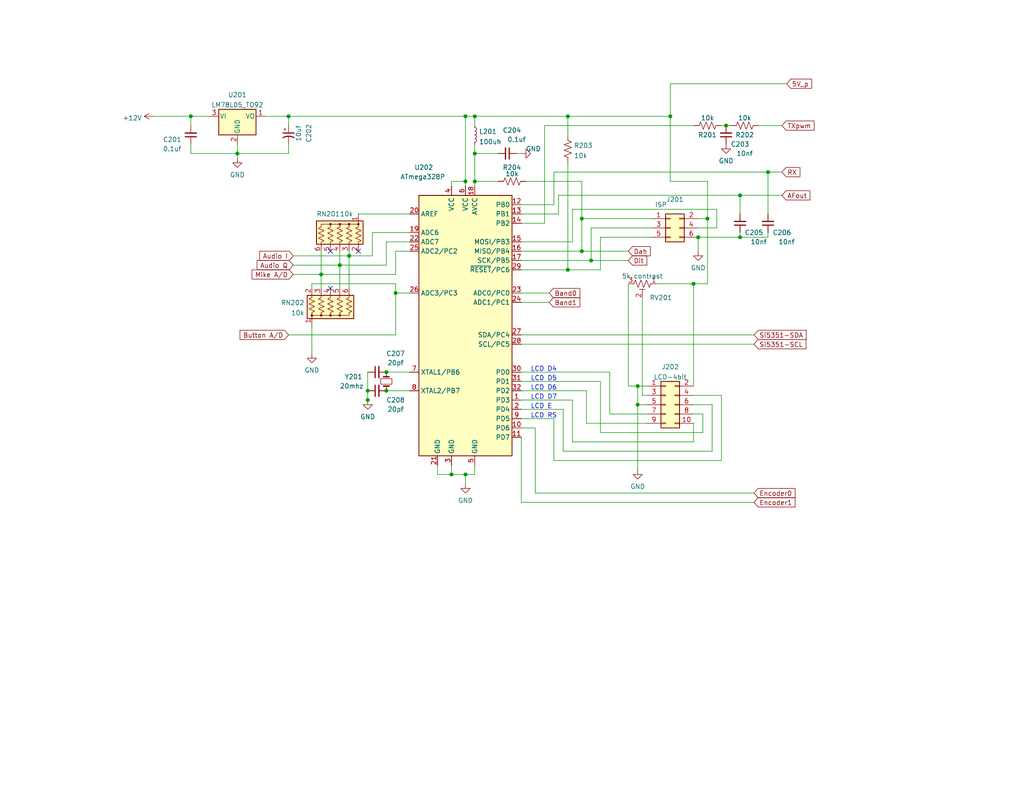
<source format=kicad_sch>
(kicad_sch (version 20211123) (generator eeschema)
  (paper "USLetter")
  (title_block (title "uSDX Processor") (date "2022-01-18") (rev "0.1") (company "WA2MZE") (comment 1 "Some signals reassigned, now using tqftp package processor") (comment 2 "Modified uSDX circuit.") (comment 4 "uSDX Microcontroller circuits"))
  (lib_symbols
    (symbol "Connector_Generic:Conn_02x03_Odd_Even" (pin_names (offset 1.016) hide)
      (property "Reference" "J" (at 1.27 5.08 0))
      (property "Value" "Conn_02x03_Odd_Even" (at 1.27 -5.08 0))
      (symbol "Conn_02x03_Odd_Even_1_1"
        (rectangle (start -1.27 -2.413) (end 0 -2.667) (stroke (width 0.1524)))
        (rectangle (start -1.27 0.127) (end 0 -0.127) (stroke (width 0.1524)))
        (rectangle (start -1.27 2.667) (end 0 2.413) (stroke (width 0.1524)))
        (rectangle (start -1.27 3.81) (end 3.81 -3.81) (stroke (width 0.254)) (fill (type background)))
        (rectangle (start 3.81 -2.413) (end 2.54 -2.667) (stroke (width 0.1524)))
        (rectangle (start 3.81 0.127) (end 2.54 -0.127) (stroke (width 0.1524)))
        (rectangle (start 3.81 2.667) (end 2.54 2.413) (stroke (width 0.1524)))
        (pin passive line (at -5.08 2.54 0) (length 3.81) (name "Pin_1") (number "1"))
        (pin passive line (at 7.62 2.54 180) (length 3.81) (name "Pin_2") (number "2"))
        (pin passive line (at -5.08 0 0) (length 3.81) (name "Pin_3") (number "3"))
        (pin passive line (at 7.62 0 180) (length 3.81) (name "Pin_4") (number "4"))
        (pin passive line (at -5.08 -2.54 0) (length 3.81) (name "Pin_5") (number "5"))
        (pin passive line (at 7.62 -2.54 180) (length 3.81) (name "Pin_6") (number "6"))
      )
    )
    (symbol "Connector_Generic:Conn_02x05_Odd_Even" (pin_names (offset 1.016) hide)
      (property "Reference" "J" (at 1.27 7.62 0))
      (property "Value" "Conn_02x05_Odd_Even" (at 1.27 -7.62 0))
      (symbol "Conn_02x05_Odd_Even_1_1"
        (rectangle (start -1.27 -4.953) (end 0 -5.207) (stroke (width 0.1524)))
        (rectangle (start -1.27 -2.413) (end 0 -2.667) (stroke (width 0.1524)))
        (rectangle (start -1.27 0.127) (end 0 -0.127) (stroke (width 0.1524)))
        (rectangle (start -1.27 2.667) (end 0 2.413) (stroke (width 0.1524)))
        (rectangle (start -1.27 5.207) (end 0 4.953) (stroke (width 0.1524)))
        (rectangle (start -1.27 6.35) (end 3.81 -6.35) (stroke (width 0.254)) (fill (type background)))
        (rectangle (start 3.81 -4.953) (end 2.54 -5.207) (stroke (width 0.1524)))
        (rectangle (start 3.81 -2.413) (end 2.54 -2.667) (stroke (width 0.1524)))
        (rectangle (start 3.81 0.127) (end 2.54 -0.127) (stroke (width 0.1524)))
        (rectangle (start 3.81 2.667) (end 2.54 2.413) (stroke (width 0.1524)))
        (rectangle (start 3.81 5.207) (end 2.54 4.953) (stroke (width 0.1524)))
        (pin passive line (at -5.08 5.08 0) (length 3.81) (name "Pin_1") (number "1"))
        (pin passive line (at 7.62 -5.08 180) (length 3.81) (name "Pin_10") (number "10"))
        (pin passive line (at 7.62 5.08 180) (length 3.81) (name "Pin_2") (number "2"))
        (pin passive line (at -5.08 2.54 0) (length 3.81) (name "Pin_3") (number "3"))
        (pin passive line (at 7.62 2.54 180) (length 3.81) (name "Pin_4") (number "4"))
        (pin passive line (at -5.08 0 0) (length 3.81) (name "Pin_5") (number "5"))
        (pin passive line (at 7.62 0 180) (length 3.81) (name "Pin_6") (number "6"))
        (pin passive line (at -5.08 -2.54 0) (length 3.81) (name "Pin_7") (number "7"))
        (pin passive line (at 7.62 -2.54 180) (length 3.81) (name "Pin_8") (number "8"))
        (pin passive line (at -5.08 -5.08 0) (length 3.81) (name "Pin_9") (number "9"))
      )
    )
    (symbol "Device:C_Polarized_Small_US" (pin_numbers hide) (pin_names (offset 0.254) hide)
      (property "Reference" "C" (at 0.254 1.778 0))
      (property "Value" "C_Polarized_Small_US" (at 0.254 -2.032 0))
      (symbol "C_Polarized_Small_US_0_1"
        (polyline (pts (xy -1.524 0.508) (xy 1.524 0.508)) (stroke (width 0.3048)))
        (polyline (pts (xy -1.27 1.524) (xy -0.762 1.524)))
        (polyline (pts (xy -1.016 1.27) (xy -1.016 1.778)))
        (arc (start 1.524 -0.762) (mid 0 -0.3734) (end -1.524 -0.762) (stroke (width 0.3048)))
      )
      (symbol "C_Polarized_Small_US_1_1"
        (pin passive line (at 0 2.54 270) (length 2.032) (name "~") (number "1"))
        (pin passive line (at 0 -2.54 90) (length 2.032) (name "~") (number "2"))
      )
    )
    (symbol "Device:C_Small" (pin_numbers hide) (pin_names (offset 0.254) hide)
      (property "Reference" "C" (at 0.254 1.778 0))
      (property "Value" "C_Small" (at 0.254 -2.032 0))
      (symbol "C_Small_0_1"
        (polyline (pts (xy -1.524 -0.508) (xy 1.524 -0.508)) (stroke (width 0.3302)))
        (polyline (pts (xy -1.524 0.508) (xy 1.524 0.508)) (stroke (width 0.3048)))
      )
      (symbol "C_Small_1_1"
        (pin passive line (at 0 2.54 270) (length 2.032) (name "~") (number "1"))
        (pin passive line (at 0 -2.54 90) (length 2.032) (name "~") (number "2"))
      )
    )
    (symbol "Device:Crystal_Small" (pin_numbers hide) (pin_names (offset 1.016) hide)
      (property "Reference" "Y" (at 0 2.54 0))
      (property "Value" "Crystal_Small" (at 0 -2.54 0))
      (symbol "Crystal_Small_0_1"
        (rectangle (start -0.762 -1.524) (end 0.762 1.524))
        (polyline (pts (xy -1.27 -0.762) (xy -1.27 0.762)) (stroke (width 0.381)))
        (polyline (pts (xy 1.27 -0.762) (xy 1.27 0.762)) (stroke (width 0.381)))
      )
      (symbol "Crystal_Small_1_1"
        (pin passive line (at -2.54 0 0) (length 1.27) (name "1") (number "1"))
        (pin passive line (at 2.54 0 180) (length 1.27) (name "2") (number "2"))
      )
    )
    (symbol "Device:L_Small" (pin_numbers hide) (pin_names (offset 0.254) hide)
      (property "Reference" "L" (at 0.762 1.016 0))
      (property "Value" "L_Small" (at 0.762 -1.016 0))
      (symbol "L_Small_0_1"
        (arc (start 0 -2.032) (mid 0.508 -1.524) (end 0 -1.016))
        (arc (start 0 -1.016) (mid 0.508 -0.508) (end 0 0))
        (arc (start 0 0) (mid 0.508 0.508) (end 0 1.016))
        (arc (start 0 1.016) (mid 0.508 1.524) (end 0 2.032))
      )
      (symbol "L_Small_1_1"
        (pin passive line (at 0 2.54 270) (length 0.508) (name "~") (number "1"))
        (pin passive line (at 0 -2.54 90) (length 0.508) (name "~") (number "2"))
      )
    )
    (symbol "Device:R_Network05_US" (pin_names (offset 0) hide)
      (property "Reference" "RN" (at -7.62 0 90))
      (property "Value" "R_Network05_US" (at 7.62 0 90))
      (symbol "R_Network05_US_0_1"
        (rectangle (start -6.35 -3.175) (end 6.35 3.175) (stroke (width 0.254)) (fill (type background)))
        (circle (center -5.08 2.286) (radius 0.254) (fill (type outline)))
        (circle (center -2.54 2.286) (radius 0.254) (fill (type outline)))
        (polyline (pts (xy -5.08 2.286) (xy 5.08 2.286)))
        (polyline (pts (xy -5.08 2.286) (xy -5.08 1.524) (xy -4.318 1.1684) (xy -5.842 0.508) (xy -4.318 -0.1524) (xy -5.842 -0.8382) (xy -4.318 -1.524) (xy -5.842 -2.1844) (xy -5.08 -2.54) (xy -5.08 -3.81)))
        (polyline (pts (xy -2.54 2.286) (xy -2.54 1.524) (xy -1.778 1.1684) (xy -3.302 0.508) (xy -1.778 -0.1524) (xy -3.302 -0.8382) (xy -1.778 -1.524) (xy -3.302 -2.1844) (xy -2.54 -2.54) (xy -2.54 -3.81)))
        (polyline (pts (xy 0 2.286) (xy 0 1.524) (xy 0.762 1.1684) (xy -0.762 0.508) (xy 0.762 -0.1524) (xy -0.762 -0.8382) (xy 0.762 -1.524) (xy -0.762 -2.1844) (xy 0 -2.54) (xy 0 -3.81)))
        (polyline (pts (xy 2.54 2.286) (xy 2.54 1.524) (xy 3.302 1.1684) (xy 1.778 0.508) (xy 3.302 -0.1524) (xy 1.778 -0.8382) (xy 3.302 -1.524) (xy 1.778 -2.1844) (xy 2.54 -2.54) (xy 2.54 -3.81)))
        (polyline (pts (xy 5.08 2.286) (xy 5.08 1.524) (xy 5.842 1.1684) (xy 4.318 0.508) (xy 5.842 -0.1524) (xy 4.318 -0.8382) (xy 5.842 -1.524) (xy 4.318 -2.1844) (xy 5.08 -2.54) (xy 5.08 -3.81)))
        (circle (center 0 2.286) (radius 0.254) (fill (type outline)))
        (circle (center 2.54 2.286) (radius 0.254) (fill (type outline)))
      )
      (symbol "R_Network05_US_1_1"
        (pin passive line (at -5.08 5.08 270) (length 2.54) (name "common") (number "1"))
        (pin passive line (at -5.08 -5.08 90) (length 1.27) (name "R1") (number "2"))
        (pin passive line (at -2.54 -5.08 90) (length 1.27) (name "R2") (number "3"))
        (pin passive line (at 0 -5.08 90) (length 1.27) (name "R3") (number "4"))
        (pin passive line (at 2.54 -5.08 90) (length 1.27) (name "R4") (number "5"))
        (pin passive line (at 5.08 -5.08 90) (length 1.27) (name "R5") (number "6"))
      )
    )
    (symbol "Device:R_Potentiometer_Trim_US" (pin_names (offset 1.016) hide)
      (property "Reference" "RV" (at -4.445 0 90))
      (property "Value" "R_Potentiometer_Trim_US" (at -2.54 0 90))
      (symbol "R_Potentiometer_Trim_US_0_1"
        (polyline (pts (xy 0 -2.286) (xy 0 -2.54)))
        (polyline (pts (xy 0 2.286) (xy 0 2.54)))
        (polyline (pts (xy 1.524 0.762) (xy 1.524 -0.762)))
        (polyline (pts (xy 2.54 0) (xy 1.524 0)))
        (polyline (pts (xy 0 -0.762) (xy 1.016 -1.143) (xy 0 -1.524) (xy -1.016 -1.905) (xy 0 -2.286)))
        (polyline (pts (xy 0 0.762) (xy 1.016 0.381) (xy 0 0) (xy -1.016 -0.381) (xy 0 -0.762)))
        (polyline (pts (xy 0 2.286) (xy 1.016 1.905) (xy 0 1.524) (xy -1.016 1.143) (xy 0 0.762)))
      )
      (symbol "R_Potentiometer_Trim_US_1_1"
        (pin passive line (at 0 3.81 270) (length 1.27) (name "1") (number "1"))
        (pin passive line (at 3.81 0 180) (length 1.27) (name "2") (number "2"))
        (pin passive line (at 0 -3.81 90) (length 1.27) (name "3") (number "3"))
      )
    )
    (symbol "Device:R_US" (pin_numbers hide) (pin_names (offset 0))
      (property "Reference" "R" (at 2.54 0 90))
      (property "Value" "R_US" (at -2.54 0 90))
      (symbol "R_US_0_1"
        (polyline (pts (xy 0 -2.286) (xy 0 -2.54)))
        (polyline (pts (xy 0 2.286) (xy 0 2.54)))
        (polyline (pts (xy 0 -0.762) (xy 1.016 -1.143) (xy 0 -1.524) (xy -1.016 -1.905) (xy 0 -2.286)))
        (polyline (pts (xy 0 0.762) (xy 1.016 0.381) (xy 0 0) (xy -1.016 -0.381) (xy 0 -0.762)))
        (polyline (pts (xy 0 2.286) (xy 1.016 1.905) (xy 0 1.524) (xy -1.016 1.143) (xy 0 0.762)))
      )
      (symbol "R_US_1_1"
        (pin passive line (at 0 3.81 270) (length 1.27) (name "~") (number "1"))
        (pin passive line (at 0 -3.81 90) (length 1.27) (name "~") (number "2"))
      )
    )
    (symbol "MCU_Microchip_ATmega:ATmega328P-A"
      (property "Reference" "U202" (at -12.7 49.53 0))
      (property "Value" "ATmega328P-A" (at -17.78 44.45 0))
      (symbol "ATmega328P-A_0_1"
        (rectangle (start -12.7 -35.56) (end 12.7 35.56) (stroke (width 0.254)) (fill (type background)))
      )
      (symbol "ATmega328P-A_1_1"
        (pin bidirectional line (at 15.24 -20.32 180) (length 2.54) (name "PD3") (number "1"))
        (pin bidirectional line (at 15.24 -27.94 180) (length 2.54) (name "PD6") (number "10"))
        (pin bidirectional line (at 15.24 -30.48 180) (length 2.54) (name "PD7") (number "11"))
        (pin bidirectional line (at 15.24 33.02 180) (length 2.54) (name "PB0") (number "12"))
        (pin bidirectional line (at 15.24 30.48 180) (length 2.54) (name "PB1") (number "13"))
        (pin bidirectional line (at 15.24 27.94 180) (length 2.54) (name "PB2") (number "14"))
        (pin bidirectional line (at 15.24 22.86 180) (length 2.54) (name "MOSI/PB3") (number "15"))
        (pin bidirectional line (at 15.24 20.32 180) (length 2.54) (name "MISO/PB4") (number "16"))
        (pin bidirectional line (at 15.24 17.78 180) (length 2.54) (name "SCK/PB5") (number "17"))
        (pin power_in line (at 2.54 38.1 270) (length 2.54) (name "AVCC") (number "18"))
        (pin input line (at -15.24 25.4 0) (length 2.54) (name "ADC6") (number "19"))
        (pin bidirectional line (at 15.24 -22.86 180) (length 2.54) (name "PD4") (number "2"))
        (pin passive line (at -15.24 30.48 0) (length 2.54) (name "AREF") (number "20"))
        (pin power_in line (at -7.62 -38.1 90) (length 2.54) (name "GND") (number "21"))
        (pin passive line (at 0 -38.1 90) (length 2.54) hide (name "GND") (number "21"))
        (pin input line (at -15.24 22.86 0) (length 2.54) (name "ADC7") (number "22"))
        (pin bidirectional line (at 15.24 8.89 180) (length 2.54) (name "ADC0/PC0") (number "23"))
        (pin bidirectional line (at 15.24 6.35 180) (length 2.54) (name "ADC1/PC1") (number "24"))
        (pin bidirectional line (at -15.24 20.32 0) (length 2.54) (name "ADC2/PC2") (number "25"))
        (pin bidirectional line (at -15.24 8.89 0) (length 2.54) (name "ADC3/PC3") (number "26"))
        (pin bidirectional line (at 15.24 -2.54 180) (length 2.54) (name "SDA/PC4") (number "27"))
        (pin bidirectional line (at 15.24 -5.08 180) (length 2.54) (name "SCL/PC5") (number "28"))
        (pin bidirectional line (at 15.24 15.24 180) (length 2.54) (name "~{RESET}/PC6") (number "29"))
        (pin power_in line (at -3.81 -38.1 90) (length 2.54) (name "GND") (number "3"))
        (pin bidirectional line (at 15.24 -12.7 180) (length 2.54) (name "PD0") (number "30"))
        (pin bidirectional line (at 15.24 -15.24 180) (length 2.54) (name "PD1") (number "31"))
        (pin bidirectional line (at 15.24 -17.78 180) (length 2.54) (name "PD2") (number "32"))
        (pin power_in line (at -3.81 38.1 270) (length 2.54) (name "VCC") (number "4"))
        (pin passive line (at 0 -38.1 90) (length 2.54) hide (name "GND") (number "5"))
        (pin power_in line (at 2.54 -38.1 90) (length 2.54) (name "GND") (number "5"))
        (pin passive line (at 0 38.1 270) (length 2.54) hide (name "VCC") (number "6"))
        (pin power_in line (at 0 38.1 270) (length 2.54) (name "VCC") (number "6"))
        (pin bidirectional line (at -15.24 -12.7 0) (length 2.54) (name "XTAL1/PB6") (number "7"))
        (pin bidirectional line (at -15.24 -17.78 0) (length 2.54) (name "XTAL2/PB7") (number "8"))
        (pin bidirectional line (at 15.24 -25.4 180) (length 2.54) (name "PD5") (number "9"))
      )
    )
    (symbol "Regulator_Linear:LM78L05_TO92" (pin_names (offset 0.254))
      (property "Reference" "U" (at -3.81 3.175 0))
      (property "Value" "LM78L05_TO92" (at 0 3.175 0))
      (symbol "LM78L05_TO92_0_1"
        (rectangle (start -5.08 -5.08) (end 5.08 1.905) (stroke (width 0.254)) (fill (type background)))
      )
      (symbol "LM78L05_TO92_1_1"
        (pin power_out line (at 7.62 0 180) (length 2.54) (name "VO") (number "1"))
        (pin power_in line (at 0 -7.62 90) (length 2.54) (name "GND") (number "2"))
        (pin power_in line (at -7.62 0 0) (length 2.54) (name "VI") (number "3"))
      )
    )
    (symbol "power:+12V" (power) (pin_names (offset 0))
      (property "Value" "+12V" (at 0 3.556 0))
      (symbol "+12V_0_1"
        (polyline (pts (xy -0.762 1.27) (xy 0 2.54)))
        (polyline (pts (xy 0 0) (xy 0 2.54)))
        (polyline (pts (xy 0 2.54) (xy 0.762 1.27)))
      )
      (symbol "+12V_1_1"
        (pin power_in line (at 0 0 90) (length 0) hide (name "+12V") (number "1"))
      )
    )
    (symbol "power:GND" (power) (pin_names (offset 0))
      (property "Value" "GND" (at 0 -3.81 0))
      (symbol "GND_0_1"
        (polyline (pts (xy 0 0) (xy 0 -1.27) (xy 1.27 -1.27) (xy 0 -2.54) (xy -1.27 -1.27) (xy 0 -1.27)))
      )
      (symbol "GND_1_1"
        (pin power_in line (at 0 0 270) (length 0) hide (name "GND") (number "1"))
      )
    )
  )
  (junction (at 154.94 73.66))
  (junction (at 64.77 41.91))
  (junction (at 193.04 59.69))
  (junction (at 189.23 77.47))
  (junction (at 127 129.54))
  (junction (at 107.95 80.01))
  (junction (at 129.54 31.75))
  (junction (at 52.07 31.75))
  (junction (at 95.25 69.85))
  (junction (at 78.74 31.75))
  (junction (at 190.5 64.77))
  (junction (at 129.54 41.91))
  (junction (at 158.75 59.69))
  (junction (at 127 49.53))
  (junction (at 127 31.75))
  (junction (at 201.93 53.34))
  (junction (at 173.99 110.49))
  (junction (at 105.41 106.68))
  (junction (at 198.12 34.29))
  (junction (at 92.71 72.39))
  (junction (at 209.55 46.99))
  (junction (at 173.99 105.41))
  (junction (at 182.88 31.75))
  (junction (at 161.29 71.12))
  (junction (at 158.75 68.58))
  (junction (at 105.41 101.6))
  (junction (at 123.19 129.54))
  (junction (at 100.33 109.22))
  (junction (at 201.93 64.77))
  (junction (at 154.94 31.75))
  (junction (at 129.54 49.53))
  (junction (at 100.33 106.68))
  (junction (at 87.63 74.93))
  (no_connect (at 90.17 68.58))
  (no_connect (at 90.17 78.74))
  (no_connect (at 97.79 68.58))
  (wire (pts (xy 154.94 31.75) (xy 182.88 31.75)))
  (wire (pts (xy 129.54 41.91) (xy 135.89 41.91)))
  (wire (pts (xy 176.53 105.41) (xy 173.99 105.41)))
  (wire (pts (xy 158.75 59.69) (xy 177.8 59.69)))
  (wire (pts (xy 182.88 22.86) (xy 182.88 31.75)))
  (wire (pts (xy 127 129.54) (xy 127 132.08)))
  (wire (pts (xy 101.6 63.5) (xy 101.6 69.85)))
  (wire (pts (xy 161.29 71.12) (xy 161.29 62.23)))
  (wire (pts (xy 153.67 123.19) (xy 153.67 111.76)))
  (wire (pts (xy 78.74 91.44) (xy 107.95 91.44)))
  (wire (pts (xy 78.74 31.75) (xy 78.74 34.29)))
  (wire (pts (xy 198.12 34.29) (xy 199.39 34.29)))
  (wire (pts (xy 191.77 113.03) (xy 191.77 118.11)))
  (wire (pts (xy 142.24 137.16) (xy 205.74 137.16)))
  (wire (pts (xy 92.71 68.58) (xy 92.71 72.39)))
  (wire (pts (xy 87.63 74.93) (xy 87.63 78.74)))
  (wire (pts (xy 123.19 50.8) (xy 123.19 49.53)))
  (wire (pts (xy 127 31.75) (xy 129.54 31.75)))
  (wire (pts (xy 176.53 115.57) (xy 160.02 115.57)))
  (wire (pts (xy 209.55 46.99) (xy 213.36 46.99)))
  (wire (pts (xy 85.09 88.9) (xy 85.09 96.52)))
  (wire (pts (xy 201.93 63.5) (xy 201.93 64.77)))
  (wire (pts (xy 194.31 110.49) (xy 194.31 123.19)))
  (wire (pts (xy 156.21 66.04) (xy 156.21 57.15)))
  (wire (pts (xy 142.24 82.55) (xy 149.86 82.55)))
  (wire (pts (xy 129.54 39.37) (xy 129.54 41.91)))
  (wire (pts (xy 85.09 77.47) (xy 107.95 77.47)))
  (wire (pts (xy 193.04 49.53) (xy 193.04 59.69)))
  (wire (pts (xy 191.77 118.11) (xy 163.83 118.11)))
  (wire (pts (xy 201.93 53.34) (xy 201.93 58.42)))
  (wire (pts (xy 158.75 49.53) (xy 158.75 59.69)))
  (wire (pts (xy 201.93 53.34) (xy 213.36 53.34)))
  (wire (pts (xy 52.07 31.75) (xy 52.07 34.29)))
  (wire (pts (xy 111.76 63.5) (xy 101.6 63.5)))
  (wire (pts (xy 161.29 62.23) (xy 177.8 62.23)))
  (wire (pts (xy 190.5 64.77) (xy 190.5 68.58)))
  (wire (pts (xy 201.93 64.77) (xy 209.55 64.77)))
  (wire (pts (xy 78.74 31.75) (xy 127 31.75)))
  (wire (pts (xy 189.23 110.49) (xy 194.31 110.49)))
  (wire (pts (xy 154.94 73.66) (xy 154.94 44.45)))
  (wire (pts (xy 196.85 107.95) (xy 189.23 107.95)))
  (wire (pts (xy 142.24 80.01) (xy 149.86 80.01)))
  (wire (pts (xy 95.25 69.85) (xy 95.25 78.74)))
  (wire (pts (xy 194.31 123.19) (xy 153.67 123.19)))
  (wire (pts (xy 173.99 105.41) (xy 173.99 110.49)))
  (wire (pts (xy 123.19 127) (xy 123.19 129.54)))
  (wire (pts (xy 129.54 31.75) (xy 154.94 31.75)))
  (wire (pts (xy 107.95 68.58) (xy 111.76 68.58)))
  (wire (pts (xy 123.19 129.54) (xy 127 129.54)))
  (wire (pts (xy 158.75 68.58) (xy 171.45 68.58)))
  (wire (pts (xy 173.99 110.49) (xy 173.99 128.27)))
  (wire (pts (xy 95.25 69.85) (xy 101.6 69.85)))
  (wire (pts (xy 92.71 72.39) (xy 105.41 72.39)))
  (wire (pts (xy 129.54 49.53) (xy 129.54 50.8)))
  (wire (pts (xy 163.83 118.11) (xy 163.83 104.14)))
  (wire (pts (xy 171.45 105.41) (xy 173.99 105.41)))
  (wire (pts (xy 140.97 41.91) (xy 142.24 41.91)))
  (wire (pts (xy 163.83 104.14) (xy 142.24 104.14)))
  (wire (pts (xy 160.02 106.68) (xy 142.24 106.68)))
  (wire (pts (xy 107.95 74.93) (xy 107.95 68.58)))
  (wire (pts (xy 182.88 31.75) (xy 182.88 49.53)))
  (wire (pts (xy 154.94 31.75) (xy 154.94 36.83)))
  (wire (pts (xy 80.01 72.39) (xy 92.71 72.39)))
  (wire (pts (xy 190.5 64.77) (xy 201.93 64.77)))
  (wire (pts (xy 100.33 106.68) (xy 100.33 109.22)))
  (wire (pts (xy 111.76 66.04) (xy 105.41 66.04)))
  (wire (pts (xy 64.77 39.37) (xy 64.77 41.91)))
  (wire (pts (xy 209.55 63.5) (xy 209.55 64.77)))
  (wire (pts (xy 146.05 116.84) (xy 146.05 134.62)))
  (wire (pts (xy 143.51 49.53) (xy 158.75 49.53)))
  (wire (pts (xy 175.26 81.28) (xy 175.26 107.95)))
  (wire (pts (xy 148.59 60.96) (xy 148.59 34.29)))
  (wire (pts (xy 41.91 31.75) (xy 52.07 31.75)))
  (wire (pts (xy 52.07 31.75) (xy 57.15 31.75)))
  (wire (pts (xy 152.4 58.42) (xy 152.4 53.34)))
  (wire (pts (xy 161.29 71.12) (xy 171.45 71.12)))
  (wire (pts (xy 80.01 69.85) (xy 95.25 69.85)))
  (wire (pts (xy 119.38 127) (xy 119.38 129.54)))
  (wire (pts (xy 105.41 101.6) (xy 111.76 101.6)))
  (wire (pts (xy 163.83 64.77) (xy 177.8 64.77)))
  (wire (pts (xy 123.19 49.53) (xy 127 49.53)))
  (wire (pts (xy 142.24 66.04) (xy 156.21 66.04)))
  (wire (pts (xy 142.24 93.98) (xy 205.74 93.98)))
  (wire (pts (xy 151.13 55.88) (xy 151.13 46.99)))
  (wire (pts (xy 107.95 91.44) (xy 107.95 80.01)))
  (wire (pts (xy 142.24 60.96) (xy 148.59 60.96)))
  (wire (pts (xy 160.02 115.57) (xy 160.02 106.68)))
  (wire (pts (xy 193.04 59.69) (xy 193.04 77.47)))
  (wire (pts (xy 105.41 106.68) (xy 111.76 106.68)))
  (wire (pts (xy 166.37 101.6) (xy 142.24 101.6)))
  (wire (pts (xy 119.38 129.54) (xy 123.19 129.54)))
  (wire (pts (xy 142.24 71.12) (xy 161.29 71.12)))
  (wire (pts (xy 72.39 31.75) (xy 78.74 31.75)))
  (wire (pts (xy 214.63 22.86) (xy 182.88 22.86)))
  (wire (pts (xy 151.13 114.3) (xy 151.13 125.73)))
  (wire (pts (xy 142.24 58.42) (xy 152.4 58.42)))
  (wire (pts (xy 195.58 62.23) (xy 190.5 62.23)))
  (wire (pts (xy 129.54 129.54) (xy 129.54 127)))
  (wire (pts (xy 127 31.75) (xy 127 49.53)))
  (wire (pts (xy 78.74 39.37) (xy 78.74 41.91)))
  (wire (pts (xy 158.75 68.58) (xy 142.24 68.58)))
  (wire (pts (xy 142.24 109.22) (xy 156.21 109.22)))
  (wire (pts (xy 190.5 59.69) (xy 193.04 59.69)))
  (wire (pts (xy 151.13 125.73) (xy 196.85 125.73)))
  (wire (pts (xy 52.07 41.91) (xy 64.77 41.91)))
  (wire (pts (xy 129.54 31.75) (xy 129.54 34.29)))
  (wire (pts (xy 156.21 120.65) (xy 156.21 109.22)))
  (wire (pts (xy 142.24 114.3) (xy 151.13 114.3)))
  (wire (pts (xy 95.25 68.58) (xy 95.25 69.85)))
  (wire (pts (xy 100.33 109.22) (xy 100.33 110.49)))
  (wire (pts (xy 196.85 34.29) (xy 198.12 34.29)))
  (wire (pts (xy 171.45 77.47) (xy 171.45 105.41)))
  (wire (pts (xy 100.33 101.6) (xy 100.33 106.68)))
  (wire (pts (xy 127 49.53) (xy 127 50.8)))
  (wire (pts (xy 52.07 39.37) (xy 52.07 41.91)))
  (wire (pts (xy 151.13 46.99) (xy 209.55 46.99)))
  (wire (pts (xy 78.74 41.91) (xy 64.77 41.91)))
  (wire (pts (xy 142.24 73.66) (xy 154.94 73.66)))
  (wire (pts (xy 97.79 58.42) (xy 111.76 58.42)))
  (wire (pts (xy 146.05 134.62) (xy 205.74 134.62)))
  (wire (pts (xy 182.88 49.53) (xy 193.04 49.53)))
  (wire (pts (xy 64.77 41.91) (xy 64.77 43.18)))
  (wire (pts (xy 189.23 113.03) (xy 191.77 113.03)))
  (wire (pts (xy 107.95 80.01) (xy 111.76 80.01)))
  (wire (pts (xy 163.83 73.66) (xy 154.94 73.66)))
  (wire (pts (xy 163.83 64.77) (xy 163.83 73.66)))
  (wire (pts (xy 129.54 49.53) (xy 135.89 49.53)))
  (wire (pts (xy 209.55 46.99) (xy 209.55 58.42)))
  (wire (pts (xy 195.58 57.15) (xy 195.58 62.23)))
  (wire (pts (xy 156.21 57.15) (xy 195.58 57.15)))
  (wire (pts (xy 142.24 91.44) (xy 205.74 91.44)))
  (wire (pts (xy 173.99 110.49) (xy 176.53 110.49)))
  (wire (pts (xy 189.23 115.57) (xy 189.23 120.65)))
  (wire (pts (xy 152.4 53.34) (xy 201.93 53.34)))
  (wire (pts (xy 80.01 74.93) (xy 87.63 74.93)))
  (wire (pts (xy 189.23 77.47) (xy 193.04 77.47)))
  (wire (pts (xy 129.54 41.91) (xy 129.54 49.53)))
  (wire (pts (xy 179.07 77.47) (xy 189.23 77.47)))
  (wire (pts (xy 176.53 113.03) (xy 166.37 113.03)))
  (wire (pts (xy 105.41 66.04) (xy 105.41 72.39)))
  (wire (pts (xy 207.01 34.29) (xy 213.36 34.29)))
  (wire (pts (xy 142.24 119.38) (xy 142.24 137.16)))
  (wire (pts (xy 107.95 77.47) (xy 107.95 80.01)))
  (wire (pts (xy 196.85 125.73) (xy 196.85 107.95)))
  (wire (pts (xy 189.23 77.47) (xy 189.23 105.41)))
  (wire (pts (xy 127 129.54) (xy 129.54 129.54)))
  (wire (pts (xy 158.75 59.69) (xy 158.75 68.58)))
  (wire (pts (xy 148.59 34.29) (xy 189.23 34.29)))
  (wire (pts (xy 166.37 113.03) (xy 166.37 101.6)))
  (wire (pts (xy 87.63 74.93) (xy 107.95 74.93)))
  (wire (pts (xy 87.63 68.58) (xy 87.63 74.93)))
  (wire (pts (xy 176.53 107.95) (xy 175.26 107.95)))
  (wire (pts (xy 189.23 120.65) (xy 156.21 120.65)))
  (wire (pts (xy 142.24 116.84) (xy 146.05 116.84)))
  (wire (pts (xy 142.24 55.88) (xy 151.13 55.88)))
  (wire (pts (xy 92.71 72.39) (xy 92.71 78.74)))
  (wire (pts (xy 142.24 111.76) (xy 153.67 111.76)))
  (wire (pts (xy 85.09 78.74) (xy 85.09 77.47)))
  (text "LCD D6" (at 144.78 106.68 0) (effects (font (size 1.27 1.27)) (justify left bottom)))
  (text "LCD RS" (at 144.78 114.3 0) (effects (font (size 1.27 1.27)) (justify left bottom)))
  (text "LCD D7" (at 144.78 109.22 0) (effects (font (size 1.27 1.27)) (justify left bottom)))
  (text "LCD D4" (at 144.78 101.6 0) (effects (font (size 1.27 1.27)) (justify left bottom)))
  (text "LCD E" (at 144.78 111.76 0) (effects (font (size 1.27 1.27)) (justify left bottom)))
  (text "LCD D5" (at 144.78 104.14 0) (effects (font (size 1.27 1.27)) (justify left bottom)))
  (global_label "AFout" (shape input) (at 213.36 53.34 0) (property "Intersheet References" "${INTERSHEET_REFS}" (effects hide)))
  (global_label "Mike A{slash}D" (shape input) (at 80.01 74.93 180) (property "Intersheet References" "${INTERSHEET_REFS}" (effects hide)))
  (global_label "Band1" (shape input) (at 149.86 82.55 0) (property "Intersheet References" "${INTERSHEET_REFS}" (effects hide)))
  (global_label "Audio Q" (shape input) (at 80.01 72.39 180) (property "Intersheet References" "${INTERSHEET_REFS}" (effects hide)))
  (global_label "Si5351-SCL" (shape input) (at 205.74 93.98 0) (property "Intersheet References" "${INTERSHEET_REFS}" (effects hide)))
  (global_label "Encoder1" (shape input) (at 205.74 137.16 0) (property "Intersheet References" "${INTERSHEET_REFS}" (effects hide)))
  (global_label "Band0" (shape input) (at 149.86 80.01 0) (property "Intersheet References" "${INTERSHEET_REFS}" (effects hide)))
  (global_label "Encoder0" (shape input) (at 205.74 134.62 0) (property "Intersheet References" "${INTERSHEET_REFS}" (effects hide)))
  (global_label "TXpwm" (shape input) (at 213.36 34.29 0) (property "Intersheet References" "${INTERSHEET_REFS}" (effects hide)))
  (global_label "5V_p" (shape input) (at 214.63 22.86 0) (property "Intersheet References" "${INTERSHEET_REFS}" (effects hide)))
  (global_label "Dit" (shape input) (at 171.45 71.12 0) (property "Intersheet References" "${INTERSHEET_REFS}" (effects hide)))
  (global_label "RX" (shape input) (at 213.36 46.99 0) (property "Intersheet References" "${INTERSHEET_REFS}" (effects hide)))
  (global_label "Audio I" (shape input) (at 80.01 69.85 180) (property "Intersheet References" "${INTERSHEET_REFS}" (effects hide)))
  (global_label "Dah" (shape input) (at 171.45 68.58 0) (property "Intersheet References" "${INTERSHEET_REFS}" (effects hide)))
  (global_label "Button A{slash}D" (shape input) (at 78.74 91.44 180) (property "Intersheet References" "${INTERSHEET_REFS}" (effects hide)))
  (global_label "Si5351-SDA" (shape input) (at 205.74 91.44 0) (property "Intersheet References" "${INTERSHEET_REFS}" (effects hide)))
  (symbol (lib_id "power:GND") (at 190.5 68.58 0) (unit 1)
    (property "Reference" "#PWR0205" (effects hide))
    (property "Value" "GND" (at 190.5 73.1425 0))
  )
  (symbol (lib_id "Device:R_US") (at 139.7 49.53 90) (unit 1)
    (property "Reference" "R204" (at 139.7 45.72 90))
    (property "Value" "10k" (at 139.7 47.4496 90))
  )
  (symbol (lib_id "Device:R_Network05_US") (at 92.71 63.5 0) (mirror y) (unit 1)
    (property "Reference" "RN201" (at 86.36 58.42 0) (effects (justify right)))
    (property "Value" "10k" (at 92.71 58.42 0) (effects (justify right)))
    (property "Footprint" "Resistor_THT:R_Array_SIP6" (effects hide))
    (property "Datasheet" "http://www.vishay.com/docs/31509/csc.pdf" (effects hide))
  )
  (symbol (lib_id "Device:C_Small") (at 198.12 36.83 180) (unit 1)
    (property "Reference" "C203" (at 201.93 39.37 0))
    (property "Value" "10nf" (at 203.2 41.91 0))
  )
  (symbol (lib_id "Device:C_Small") (at 209.55 60.96 180) (unit 1)
    (property "Reference" "C206" (at 213.36 63.5 0))
    (property "Value" "10nf" (at 214.63 66.04 0))
  )
  (symbol (lib_id "Device:R_US") (at 193.04 34.29 90) (unit 1)
    (property "Reference" "R201" (at 193.04 36.83 90))
    (property "Value" "10k" (at 193.04 32.2096 90))
  )
  (symbol (lib_id "Device:L_Small") (at 129.54 36.83 0) (unit 1)
    (property "Reference" "L201" (at 130.683 35.9215 0) (effects (justify left)))
    (property "Value" "100uh" (at 130.683 38.6966 0) (effects (justify left)))
  )
  (symbol (lib_id "power:GND") (at 142.24 41.91 90) (unit 1)
    (property "Reference" "#PWR0203" (effects hide))
    (property "Value" "GND" (at 143.51 40.64 90) (effects (justify right)))
  )
  (symbol (lib_id "Device:R_US") (at 203.2 34.29 90) (unit 1)
    (property "Reference" "R202" (at 203.2 36.83 90))
    (property "Value" "10k" (at 203.2 32.2096 90))
  )
  (symbol (lib_id "power:+12V") (at 41.91 31.75 90) (unit 1)
    (property "Reference" "#PWR0201" (effects hide))
    (property "Value" "+12V" (at 38.735 32.229 90) (effects (justify left)))
  )
  (symbol (lib_id "MCU_Microchip_ATmega:ATmega328P-A") (at 127 88.9 0) (unit 1)
    (property "Reference" "U202" (at 113.03 45.72 0) (effects (justify left)))
    (property "Value" "ATmega328P" (at 109.22 48.26 0) (effects (justify left)))
    (property "Footprint" "Package_QFP:TQFP-32_7x7mm_P0.8mm" (effects hide))
    (property "Datasheet" "http://ww1.microchip.com/downloads/en/DeviceDoc/ATmega328_P%20AVR%20MCU%20with%20picoPower%20Technology%20Data%20Sheet%2040001984A.pdf" (effects hide))
  )
  (symbol (lib_id "power:GND") (at 173.99 128.27 0) (unit 1)
    (property "Reference" "#PWR0208" (effects hide))
    (property "Value" "GND" (at 173.99 132.8325 0))
  )
  (symbol (lib_id "Device:R_Potentiometer_Trim_US") (at 175.26 77.47 270) (unit 1)
    (property "Reference" "RV201" (at 180.34 81.28 90))
    (property "Value" "5k contrast" (at 175.26 75.3896 90))
  )
  (symbol (lib_id "power:GND") (at 64.77 43.18 0) (unit 1)
    (property "Reference" "#PWR0204" (effects hide))
    (property "Value" "GND" (at 64.77 47.7425 0))
  )
  (symbol (lib_id "Device:Crystal_Small") (at 105.41 104.14 90) (unit 1)
    (property "Reference" "Y201" (at 93.98 102.87 90) (effects (justify right)))
    (property "Value" "20mhz" (at 92.71 105.41 90) (effects (justify right)))
  )
  (symbol (lib_id "Device:C_Small") (at 102.87 101.6 90) (unit 1)
    (property "Reference" "C207" (at 107.95 96.52 90))
    (property "Value" "20pf" (at 107.95 99.06 90))
  )
  (symbol (lib_id "Device:C_Small") (at 52.07 36.83 180) (unit 1)
    (property "Reference" "C201" (at 46.99 38.1 0))
    (property "Value" "0.1uf" (at 46.99 40.64 0))
  )
  (symbol (lib_id "Device:R_Network05_US") (at 90.17 83.82 0) (mirror x) (unit 1)
    (property "Reference" "RN202" (at 83.058 82.6575 0) (effects (justify right)))
    (property "Value" "10k" (at 83.058 85.4326 0) (effects (justify right)))
    (property "Footprint" "Resistor_THT:R_Array_SIP6" (effects hide))
    (property "Datasheet" "http://www.vishay.com/docs/31509/csc.pdf" (effects hide))
  )
  (symbol (lib_id "power:GND") (at 85.09 96.52 0) (unit 1)
    (property "Reference" "#PWR0206" (effects hide))
    (property "Value" "GND" (at 85.09 101.0825 0))
  )
  (symbol (lib_id "Connector_Generic:Conn_02x03_Odd_Even") (at 182.88 62.23 0) (unit 1)
    (property "Reference" "J201" (at 184.15 54.4535 0))
    (property "Value" "ISP" (at 180.34 55.88 0))
  )
  (symbol (lib_id "Device:C_Small") (at 102.87 106.68 90) (unit 1)
    (property "Reference" "C208" (at 107.95 109.22 90))
    (property "Value" "20pf" (at 107.95 111.76 90))
  )
  (symbol (lib_id "Device:C_Small") (at 138.43 41.91 270) (unit 1)
    (property "Reference" "C204" (at 139.7 35.56 90))
    (property "Value" "0.1uf" (at 140.97 38.1 90))
  )
  (symbol (lib_id "Device:R_US") (at 154.94 40.64 0) (unit 1)
    (property "Reference" "R203" (at 156.591 39.7315 0) (effects (justify left)))
    (property "Value" "10k" (at 156.591 42.5066 0) (effects (justify left)))
  )
  (symbol (lib_id "Device:C_Polarized_Small_US") (at 78.74 36.83 0) (unit 1)
    (property "Reference" "C202" (at 84.2559 36.3982 90))
    (property "Value" "10uf" (at 81.4808 36.3982 90))
  )
  (symbol (lib_id "power:GND") (at 198.12 39.37 0) (unit 1)
    (property "Reference" "#PWR0202" (effects hide))
    (property "Value" "GND" (at 198.12 43.9325 0))
  )
  (symbol (lib_id "power:GND") (at 127 132.08 0) (unit 1)
    (property "Reference" "#PWR0209" (effects hide))
    (property "Value" "GND" (at 127 136.6425 0))
  )
  (symbol (lib_id "power:GND") (at 100.33 109.22 0) (unit 1)
    (property "Reference" "#PWR0207" (effects hide))
    (property "Value" "GND" (at 100.33 113.7825 0))
  )
  (symbol (lib_id "Connector_Generic:Conn_02x05_Odd_Even") (at 181.61 110.49 0) (unit 1)
    (property "Reference" "J202" (at 182.88 100.1735 0))
    (property "Value" "LCD-4bit" (at 182.88 102.9486 0))
  )
  (symbol (lib_id "Device:C_Small") (at 201.93 60.96 180) (unit 1)
    (property "Reference" "C205" (at 205.74 63.5 0))
    (property "Value" "10nf" (at 207.01 66.04 0))
  )
  (symbol (lib_id "Regulator_Linear:LM78L05_TO92") (at 64.77 31.75 0) (unit 1)
    (property "Reference" "U201" (at 64.77 25.8785 0))
    (property "Value" "LM78L05_TO92" (at 64.77 28.6536 0))
    (property "Footprint" "Package_TO_SOT_THT:TO-92_Inline" (effects hide))
    (property "Datasheet" "https://www.onsemi.com/pub/Collateral/MC78L06A-D.pdf" (effects hide))
  )
)
</source>
